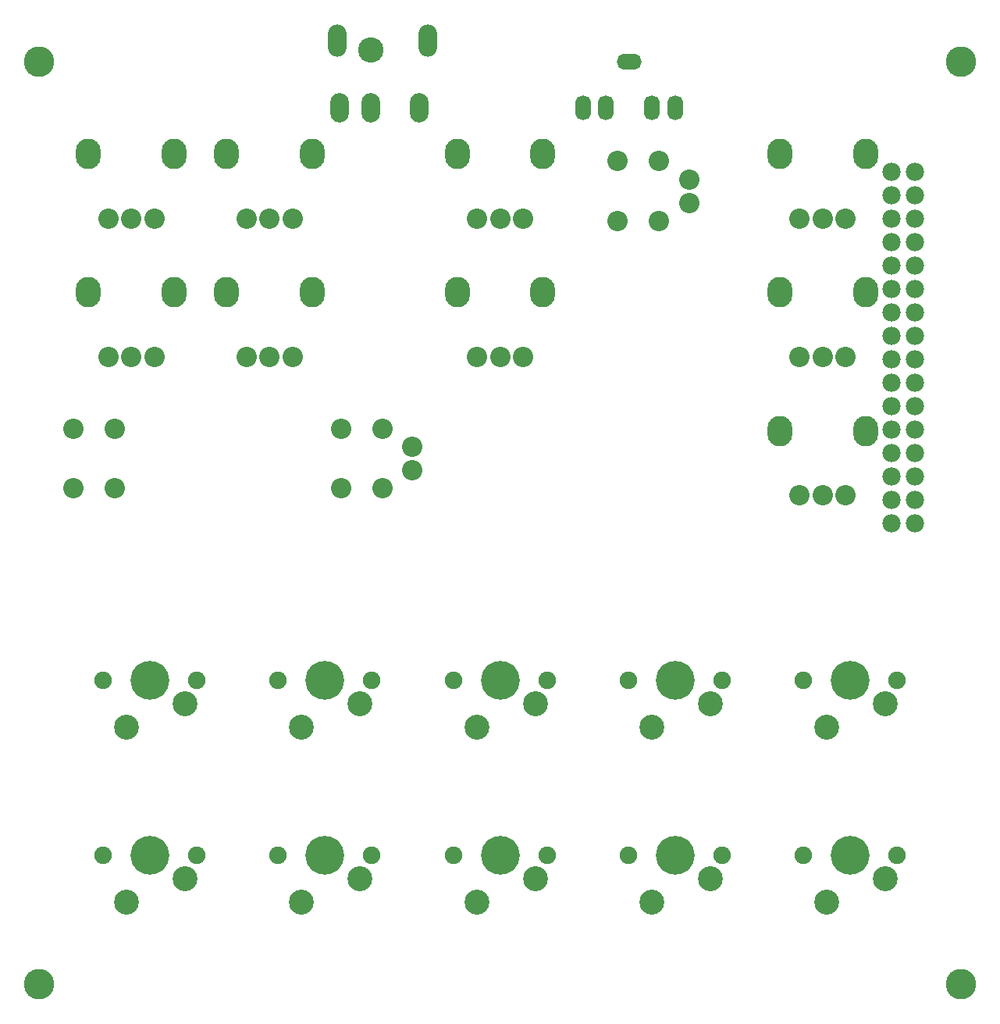
<source format=gbs>
G04 Layer_Color=8150272*
%FSLAX25Y25*%
%MOIN*%
G70*
G01*
G75*
%ADD48C,0.08674*%
%ADD49C,0.13005*%
%ADD50O,0.10642X0.13005*%
%ADD51O,0.10642X0.06706*%
%ADD52O,0.06706X0.10642*%
%ADD53O,0.07887X0.12611*%
%ADD54C,0.10822*%
%ADD55O,0.07887X0.13792*%
%ADD56C,0.16548*%
%ADD57C,0.10642*%
%ADD58C,0.07493*%
%ADD59C,0.07800*%
D48*
X690945Y756968D02*
D03*
Y746969D02*
D03*
X572835Y632795D02*
D03*
Y642795D02*
D03*
X445866Y650591D02*
D03*
Y625000D02*
D03*
X428150D02*
D03*
Y650591D02*
D03*
X560039Y650591D02*
D03*
Y625000D02*
D03*
X542323D02*
D03*
Y650591D02*
D03*
X660433Y739173D02*
D03*
Y764764D02*
D03*
X678150D02*
D03*
Y739173D02*
D03*
X521654Y681102D02*
D03*
X501968D02*
D03*
X511811D02*
D03*
X610236D02*
D03*
X600394D02*
D03*
X620079D02*
D03*
Y740158D02*
D03*
X600394D02*
D03*
X610236D02*
D03*
X511811D02*
D03*
X501968D02*
D03*
X521654D02*
D03*
X462598Y681102D02*
D03*
X442913D02*
D03*
X452756D02*
D03*
X462598Y740158D02*
D03*
X442913D02*
D03*
X452756D02*
D03*
X757874Y681102D02*
D03*
X738189D02*
D03*
X748032D02*
D03*
Y740158D02*
D03*
X738189D02*
D03*
X757874D02*
D03*
Y622047D02*
D03*
X738189D02*
D03*
X748032D02*
D03*
D49*
X807087Y807087D02*
D03*
X413386D02*
D03*
X807087Y413386D02*
D03*
X413386D02*
D03*
D50*
X530118Y708661D02*
D03*
X493504D02*
D03*
X591929D02*
D03*
X628543D02*
D03*
Y767717D02*
D03*
X591929D02*
D03*
X493504D02*
D03*
X530118D02*
D03*
X471063Y708661D02*
D03*
X434449D02*
D03*
X471063Y767717D02*
D03*
X434449D02*
D03*
X766339Y708661D02*
D03*
X729724D02*
D03*
Y767717D02*
D03*
X766339D02*
D03*
Y649606D02*
D03*
X729724D02*
D03*
D51*
X665354Y807087D02*
D03*
D52*
X645669Y787402D02*
D03*
X655512D02*
D03*
X685039D02*
D03*
X675197D02*
D03*
D53*
X575591D02*
D03*
X555118D02*
D03*
X541732D02*
D03*
D54*
X555118Y812205D02*
D03*
D55*
X579528Y816142D02*
D03*
X540551D02*
D03*
D56*
X759842Y468504D02*
D03*
X685039D02*
D03*
X610236D02*
D03*
X535433D02*
D03*
X460630D02*
D03*
X759842Y543307D02*
D03*
X685039D02*
D03*
X610236D02*
D03*
X535433D02*
D03*
X460630D02*
D03*
D57*
X774843Y458504D02*
D03*
X749843Y448504D02*
D03*
X675039D02*
D03*
X700039Y458504D02*
D03*
X625236D02*
D03*
X600236Y448504D02*
D03*
X525433D02*
D03*
X550433Y458504D02*
D03*
X475630D02*
D03*
X450630Y448504D02*
D03*
X749843Y523307D02*
D03*
X774843Y533307D02*
D03*
X700039D02*
D03*
X675039Y523307D02*
D03*
X600236D02*
D03*
X625236Y533307D02*
D03*
X550433D02*
D03*
X525433Y523307D02*
D03*
X450630D02*
D03*
X475630Y533307D02*
D03*
D58*
X739843Y468504D02*
D03*
X779843D02*
D03*
X705039D02*
D03*
X665039D02*
D03*
X590236D02*
D03*
X630236D02*
D03*
X555433D02*
D03*
X515433D02*
D03*
X440630D02*
D03*
X480630D02*
D03*
X779843Y543307D02*
D03*
X739843D02*
D03*
X665039D02*
D03*
X705039D02*
D03*
X630236D02*
D03*
X590236D02*
D03*
X515433D02*
D03*
X555433D02*
D03*
X480630D02*
D03*
X440630D02*
D03*
D59*
X777480Y610039D02*
D03*
X787480D02*
D03*
X777480Y620039D02*
D03*
X787480D02*
D03*
X777480Y630039D02*
D03*
X787480D02*
D03*
X777480Y640039D02*
D03*
X787480D02*
D03*
X777480Y650039D02*
D03*
X787480D02*
D03*
X777480Y660039D02*
D03*
X787480D02*
D03*
X777480Y670039D02*
D03*
X787480D02*
D03*
X777480Y680039D02*
D03*
X787480D02*
D03*
X777480Y690039D02*
D03*
X787480D02*
D03*
X777480Y700039D02*
D03*
X787480D02*
D03*
X777480Y710039D02*
D03*
X787480D02*
D03*
X777480Y720039D02*
D03*
X787480D02*
D03*
X777480Y730039D02*
D03*
X787480D02*
D03*
X777480Y740039D02*
D03*
X787480D02*
D03*
X777480Y750039D02*
D03*
X787480D02*
D03*
X777480Y760039D02*
D03*
X787480D02*
D03*
M02*

</source>
